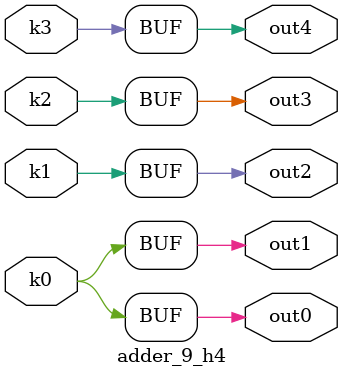
<source format=v>
module adder_9(pi0, pi1, pi2, pi3, pi4, pi5, pi6, pi7, pi8, po0, po1, po2, po3, po4);
input pi0, pi1, pi2, pi3, pi4, pi5, pi6, pi7, pi8;
output po0, po1, po2, po3, po4;
wire k0, k1, k2, k3;
adder_9_w4 DUT1 (pi0, pi1, pi2, pi3, pi4, pi5, pi6, pi7, pi8, k0, k1, k2, k3);
adder_9_h4 DUT2 (k0, k1, k2, k3, po0, po1, po2, po3, po4);
endmodule

module adder_9_w4(in0, in1, in2, in3, in4, in5, in6, in7, in8, k0, k1, k2, k3);
input in0, in1, in2, in3, in4, in5, in6, in7, in8;
output k0, k1, k2, k3;
assign k0 =   ((~in5 ^ in1) & ((((in8 & (in4 | ~in0)) | (in4 & ~in0)) & (in6 | in2) & (in7 | in3)) | (in7 & in3 & (in6 | in2)) | (in6 & in2))) | (((~in4 & in0) | (~in8 & (~in4 | in0))) & (in5 ^ in1) & (~in6 | ~in2) & (~in7 | ~in3)) | ((in5 ^ in1) & ((~in6 & ~in2) | (~in7 & ~in3 & (~in6 | ~in2))));
assign k1 =   ((~in6 ^ in2) & ((((in8 & (in4 | ~in0)) | (in4 & ~in0)) & (in7 | in3)) | (in7 & in3))) | (((~in4 & in0) | (~in8 & (~in4 | in0))) & (~in7 | ~in3) & (in6 ^ in2)) | (~in7 & ~in3 & (in6 ^ in2));
assign k2 =   ((~in7 ^ in3) & ((in8 & (in4 | ~in0)) | (in4 & ~in0))) | (((~in4 & in0) | (~in8 & (~in4 | in0))) & (in7 ^ in3));
assign k3 =   in8 ? (in4 ^ in0) : (~in4 ^ in0);
endmodule

module adder_9_h4(k0, k1, k2, k3, out0, out1, out2, out3, out4);
input k0, k1, k2, k3;
output out0, out1, out2, out3, out4;
assign out0 = k0;
assign out1 = k0;
assign out2 = k1;
assign out3 = k2;
assign out4 = k3;
endmodule

</source>
